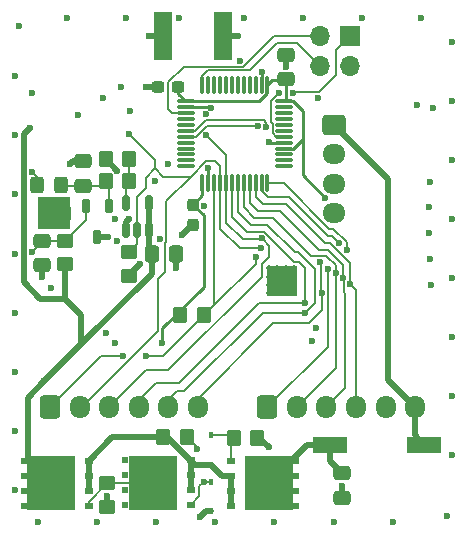
<source format=gbl>
%TF.GenerationSoftware,KiCad,Pcbnew,8.0.8*%
%TF.CreationDate,2025-04-18T09:33:10-04:00*%
%TF.ProjectId,high-power-module,68696768-2d70-46f7-9765-722d6d6f6475,rev?*%
%TF.SameCoordinates,Original*%
%TF.FileFunction,Copper,L4,Bot*%
%TF.FilePolarity,Positive*%
%FSLAX46Y46*%
G04 Gerber Fmt 4.6, Leading zero omitted, Abs format (unit mm)*
G04 Created by KiCad (PCBNEW 8.0.8) date 2025-04-18 09:33:10*
%MOMM*%
%LPD*%
G01*
G04 APERTURE LIST*
G04 Aperture macros list*
%AMRoundRect*
0 Rectangle with rounded corners*
0 $1 Rounding radius*
0 $2 $3 $4 $5 $6 $7 $8 $9 X,Y pos of 4 corners*
0 Add a 4 corners polygon primitive as box body*
4,1,4,$2,$3,$4,$5,$6,$7,$8,$9,$2,$3,0*
0 Add four circle primitives for the rounded corners*
1,1,$1+$1,$2,$3*
1,1,$1+$1,$4,$5*
1,1,$1+$1,$6,$7*
1,1,$1+$1,$8,$9*
0 Add four rect primitives between the rounded corners*
20,1,$1+$1,$2,$3,$4,$5,0*
20,1,$1+$1,$4,$5,$6,$7,0*
20,1,$1+$1,$6,$7,$8,$9,0*
20,1,$1+$1,$8,$9,$2,$3,0*%
G04 Aperture macros list end*
%TA.AperFunction,SMDPad,CuDef*%
%ADD10R,1.524000X4.064000*%
%TD*%
%TA.AperFunction,ComponentPad*%
%ADD11C,0.500000*%
%TD*%
%TA.AperFunction,SMDPad,CuDef*%
%ADD12R,2.700000X2.700000*%
%TD*%
%TA.AperFunction,ComponentPad*%
%ADD13RoundRect,0.250000X-0.600000X-0.725000X0.600000X-0.725000X0.600000X0.725000X-0.600000X0.725000X0*%
%TD*%
%TA.AperFunction,ComponentPad*%
%ADD14O,1.700000X1.950000*%
%TD*%
%TA.AperFunction,HeatsinkPad*%
%ADD15C,0.500000*%
%TD*%
%TA.AperFunction,HeatsinkPad*%
%ADD16R,2.600000X2.600000*%
%TD*%
%TA.AperFunction,SMDPad,CuDef*%
%ADD17RoundRect,0.250000X-0.337500X-0.475000X0.337500X-0.475000X0.337500X0.475000X-0.337500X0.475000X0*%
%TD*%
%TA.AperFunction,SMDPad,CuDef*%
%ADD18RoundRect,0.250000X0.350000X0.450000X-0.350000X0.450000X-0.350000X-0.450000X0.350000X-0.450000X0*%
%TD*%
%TA.AperFunction,SMDPad,CuDef*%
%ADD19RoundRect,0.250000X-0.350000X-0.450000X0.350000X-0.450000X0.350000X0.450000X-0.350000X0.450000X0*%
%TD*%
%TA.AperFunction,SMDPad,CuDef*%
%ADD20R,3.000000X1.470000*%
%TD*%
%TA.AperFunction,SMDPad,CuDef*%
%ADD21R,0.355600X0.609600*%
%TD*%
%TA.AperFunction,SMDPad,CuDef*%
%ADD22RoundRect,0.250000X0.325000X0.450000X-0.325000X0.450000X-0.325000X-0.450000X0.325000X-0.450000X0*%
%TD*%
%TA.AperFunction,SMDPad,CuDef*%
%ADD23RoundRect,0.162500X-0.162500X0.447500X-0.162500X-0.447500X0.162500X-0.447500X0.162500X0.447500X0*%
%TD*%
%TA.AperFunction,SMDPad,CuDef*%
%ADD24RoundRect,0.250000X-0.475000X0.337500X-0.475000X-0.337500X0.475000X-0.337500X0.475000X0.337500X0*%
%TD*%
%TA.AperFunction,SMDPad,CuDef*%
%ADD25RoundRect,0.075000X0.662500X0.075000X-0.662500X0.075000X-0.662500X-0.075000X0.662500X-0.075000X0*%
%TD*%
%TA.AperFunction,SMDPad,CuDef*%
%ADD26RoundRect,0.075000X0.075000X0.662500X-0.075000X0.662500X-0.075000X-0.662500X0.075000X-0.662500X0*%
%TD*%
%TA.AperFunction,SMDPad,CuDef*%
%ADD27RoundRect,0.237500X-0.237500X0.300000X-0.237500X-0.300000X0.237500X-0.300000X0.237500X0.300000X0*%
%TD*%
%TA.AperFunction,SMDPad,CuDef*%
%ADD28RoundRect,0.250000X0.450000X-0.350000X0.450000X0.350000X-0.450000X0.350000X-0.450000X-0.350000X0*%
%TD*%
%TA.AperFunction,ComponentPad*%
%ADD29RoundRect,0.250000X-0.725000X0.600000X-0.725000X-0.600000X0.725000X-0.600000X0.725000X0.600000X0*%
%TD*%
%TA.AperFunction,ComponentPad*%
%ADD30O,1.950000X1.700000*%
%TD*%
%TA.AperFunction,SMDPad,CuDef*%
%ADD31R,4.120000X4.600000*%
%TD*%
%TA.AperFunction,SMDPad,CuDef*%
%ADD32R,0.550000X0.500000*%
%TD*%
%TA.AperFunction,SMDPad,CuDef*%
%ADD33R,0.650000X0.500000*%
%TD*%
%TA.AperFunction,SMDPad,CuDef*%
%ADD34RoundRect,0.250000X0.475000X-0.337500X0.475000X0.337500X-0.475000X0.337500X-0.475000X-0.337500X0*%
%TD*%
%TA.AperFunction,SMDPad,CuDef*%
%ADD35RoundRect,0.150000X0.150000X-0.512500X0.150000X0.512500X-0.150000X0.512500X-0.150000X-0.512500X0*%
%TD*%
%TA.AperFunction,SMDPad,CuDef*%
%ADD36RoundRect,0.237500X0.300000X0.237500X-0.300000X0.237500X-0.300000X-0.237500X0.300000X-0.237500X0*%
%TD*%
%TA.AperFunction,ComponentPad*%
%ADD37R,1.700000X1.700000*%
%TD*%
%TA.AperFunction,ComponentPad*%
%ADD38O,1.700000X1.700000*%
%TD*%
%TA.AperFunction,ViaPad*%
%ADD39C,0.600000*%
%TD*%
%TA.AperFunction,Conductor*%
%ADD40C,0.254000*%
%TD*%
%TA.AperFunction,Conductor*%
%ADD41C,0.508000*%
%TD*%
%TA.AperFunction,Conductor*%
%ADD42C,0.200000*%
%TD*%
%TA.AperFunction,Conductor*%
%ADD43C,0.152400*%
%TD*%
G04 APERTURE END LIST*
D10*
%TO.P,J2,2,Ext*%
%TO.N,GND*%
X143140000Y-72400000D03*
X138060000Y-72400000D03*
%TD*%
D11*
%TO.P,PA1,25,GND*%
%TO.N,GND*%
X127890000Y-88300000D03*
X128530000Y-88300000D03*
X129170000Y-88300000D03*
X129810000Y-88300000D03*
X127890000Y-87660000D03*
X128530000Y-87660000D03*
X129170000Y-87660000D03*
X129810000Y-87660000D03*
D12*
X128850000Y-87340000D03*
D11*
X127890000Y-87020000D03*
X128530000Y-87020000D03*
X129170000Y-87020000D03*
X129810000Y-87020000D03*
X127890000Y-86380000D03*
X128530000Y-86380000D03*
X129170000Y-86380000D03*
X129810000Y-86380000D03*
%TD*%
D13*
%TO.P,J3,1,Pin_1*%
%TO.N,SDN*%
X128500000Y-103800000D03*
D14*
%TO.P,J3,2,Pin_2*%
%TO.N,GPIO3*%
X131000000Y-103800000D03*
%TO.P,J3,3,Pin_3*%
%TO.N,GPIO2*%
X133500000Y-103800000D03*
%TO.P,J3,4,Pin_4*%
%TO.N,GPIO1*%
X136000000Y-103800000D03*
%TO.P,J3,5,Pin_5*%
%TO.N,GPIO0*%
X138500000Y-103800000D03*
%TO.P,J3,6,Pin_6*%
%TO.N,IRQ*%
X141000000Y-103800000D03*
%TD*%
D13*
%TO.P,J1,1,Pin_1*%
%TO.N,CS*%
X146900000Y-103800000D03*
D14*
%TO.P,J1,2,Pin_2*%
%TO.N,MOSI*%
X149400000Y-103800000D03*
%TO.P,J1,3,Pin_3*%
%TO.N,MISO*%
X151900000Y-103800000D03*
%TO.P,J1,4,Pin_4*%
%TO.N,SCLK*%
X154400000Y-103800000D03*
%TO.P,J1,5,Pin_5*%
%TO.N,GND*%
X156900000Y-103800000D03*
%TO.P,J1,6,Pin_6*%
%TO.N,VIN*%
X159400000Y-103800000D03*
%TD*%
D15*
%TO.P,U1,21,GND*%
%TO.N,GND*%
X147050000Y-92050000D03*
X147050000Y-92750000D03*
X147050000Y-93450000D03*
X147050000Y-94150000D03*
X147750000Y-92050000D03*
X147750000Y-92750000D03*
X147750000Y-93450000D03*
X147750000Y-94150000D03*
D16*
X148100000Y-93100000D03*
D15*
X148450000Y-92050000D03*
X148450000Y-92750000D03*
X148450000Y-93450000D03*
X148450000Y-94150000D03*
X149150000Y-92050000D03*
X149150000Y-92750000D03*
X149150000Y-93450000D03*
X149150000Y-94150000D03*
%TD*%
D17*
%TO.P,CB5,1*%
%TO.N,+5V*%
X137125000Y-90800000D03*
%TO.P,CB5,2*%
%TO.N,GND*%
X139200000Y-90800000D03*
%TD*%
D18*
%TO.P,R13,1*%
%TO.N,AND*%
X135200000Y-84700000D03*
%TO.P,R13,2*%
%TO.N,Net-(C4-Pad2)*%
X133200000Y-84700000D03*
%TD*%
D19*
%TO.P,R17,1*%
%TO.N,Net-(Q1-S)*%
X138100000Y-106350000D03*
%TO.P,R17,2*%
%TO.N,Net-(Q2-G)*%
X140100000Y-106350000D03*
%TD*%
%TO.P,R2,1*%
%TO.N,GND*%
X133200000Y-82800000D03*
%TO.P,R2,2*%
%TO.N,AND*%
X135200000Y-82800000D03*
%TD*%
D20*
%TO.P,FB1,1*%
%TO.N,VIN*%
X160200000Y-107000000D03*
%TO.P,FB1,2*%
%TO.N,Net-(Q1-D)*%
X152200000Y-107000000D03*
%TD*%
D21*
%TO.P,U5,1,K*%
%TO.N,Net-(Q1-S)*%
X142100000Y-108689200D03*
%TO.P,U5,2,A*%
%TO.N,Net-(Q1-G)*%
X142100000Y-106200000D03*
%TD*%
%TO.P,U4,1,K*%
%TO.N,Net-(Q2-G)*%
X142100000Y-110105400D03*
%TO.P,U4,2,A*%
%TO.N,GND*%
X142100000Y-112594600D03*
%TD*%
D22*
%TO.P,R3,1,1*%
%TO.N,Net-(C4-Pad2)*%
X129450000Y-85000000D03*
%TO.P,R3,2,2*%
%TO.N,Net-(PA1-Iref)*%
X127400000Y-85000000D03*
%TD*%
D23*
%TO.P,D1,1,K*%
%TO.N,Net-(PA1-Vbias)*%
X131550000Y-86780000D03*
%TO.P,D1,2,K*%
%TO.N,Net-(C4-Pad2)*%
X133450000Y-86780000D03*
%TO.P,D1,3,A*%
%TO.N,GND*%
X132500000Y-89400000D03*
%TD*%
D24*
%TO.P,C10,1*%
%TO.N,Net-(Q1-D)*%
X153250000Y-109425000D03*
%TO.P,C10,2*%
%TO.N,GND*%
X153250000Y-111500000D03*
%TD*%
D25*
%TO.P,U6,1,VBAT*%
%TO.N,+3.3V*%
X148312500Y-77912500D03*
%TO.P,U6,2,PC13*%
%TO.N,unconnected-(U6-PC13-Pad2)*%
X148312500Y-78412500D03*
%TO.P,U6,3,PC14*%
%TO.N,unconnected-(U6-PC14-Pad3)*%
X148312500Y-78912500D03*
%TO.P,U6,4,PC15*%
%TO.N,unconnected-(U6-PC15-Pad4)*%
X148312500Y-79412500D03*
%TO.P,U6,5,PD0*%
%TO.N,unconnected-(U6-PD0-Pad5)*%
X148312500Y-79912500D03*
%TO.P,U6,6,PD1*%
%TO.N,unconnected-(U6-PD1-Pad6)*%
X148312500Y-80412500D03*
%TO.P,U6,7,NRST*%
%TO.N,NRST*%
X148312500Y-80912500D03*
%TO.P,U6,8,VSSA*%
%TO.N,GND*%
X148312500Y-81412500D03*
%TO.P,U6,9,VDDA*%
%TO.N,+3.3V*%
X148312500Y-81912500D03*
%TO.P,U6,10,PA0*%
%TO.N,unconnected-(U6-PA0-Pad10)*%
X148312500Y-82412500D03*
%TO.P,U6,11,PA1*%
%TO.N,unconnected-(U6-PA1-Pad11)*%
X148312500Y-82912500D03*
%TO.P,U6,12,PA2*%
%TO.N,unconnected-(U6-PA2-Pad12)*%
X148312500Y-83412500D03*
D26*
%TO.P,U6,13,PA3*%
%TO.N,CS*%
X146900000Y-84825000D03*
%TO.P,U6,14,PA4*%
%TO.N,IRQ*%
X146400000Y-84825000D03*
%TO.P,U6,15,PA5*%
%TO.N,SCLK*%
X145900000Y-84825000D03*
%TO.P,U6,16,PA6*%
%TO.N,MISO*%
X145400000Y-84825000D03*
%TO.P,U6,17,PA7*%
%TO.N,MOSI*%
X144900000Y-84825000D03*
%TO.P,U6,18,PB0*%
%TO.N,GPIO0*%
X144400000Y-84825000D03*
%TO.P,U6,19,PB1*%
%TO.N,GPIO1*%
X143900000Y-84825000D03*
%TO.P,U6,20,PB2*%
%TO.N,GPIO2*%
X143400000Y-84825000D03*
%TO.P,U6,21,PB10*%
%TO.N,GPIO3*%
X142900000Y-84825000D03*
%TO.P,U6,22,PB11*%
%TO.N,SDN*%
X142400000Y-84825000D03*
%TO.P,U6,23,VSS*%
%TO.N,GND*%
X141900000Y-84825000D03*
%TO.P,U6,24,VDD*%
%TO.N,+3.3V*%
X141400000Y-84825000D03*
D25*
%TO.P,U6,25,PB12*%
%TO.N,unconnected-(U6-PB12-Pad25)*%
X139987500Y-83412500D03*
%TO.P,U6,26,PB13*%
%TO.N,unconnected-(U6-PB13-Pad26)*%
X139987500Y-82912500D03*
%TO.P,U6,27,PB14*%
%TO.N,unconnected-(U6-PB14-Pad27)*%
X139987500Y-82412500D03*
%TO.P,U6,28,PB15*%
%TO.N,unconnected-(U6-PB15-Pad28)*%
X139987500Y-81912500D03*
%TO.P,U6,29,PA8*%
%TO.N,unconnected-(U6-PA8-Pad29)*%
X139987500Y-81412500D03*
%TO.P,U6,30,PA9*%
%TO.N,STX*%
X139987500Y-80912500D03*
%TO.P,U6,31,PA10*%
%TO.N,SRX*%
X139987500Y-80412500D03*
%TO.P,U6,32,PA11*%
%TO.N,unconnected-(U6-PA11-Pad32)*%
X139987500Y-79912500D03*
%TO.P,U6,33,PA12*%
%TO.N,unconnected-(U6-PA12-Pad33)*%
X139987500Y-79412500D03*
%TO.P,U6,34,PA13*%
%TO.N,SWDIO*%
X139987500Y-78912500D03*
%TO.P,U6,35,VSS*%
%TO.N,GND*%
X139987500Y-78412500D03*
%TO.P,U6,36,VDD*%
%TO.N,+3.3V*%
X139987500Y-77912500D03*
D26*
%TO.P,U6,37,PA14*%
%TO.N,SWCLK*%
X141400000Y-76500000D03*
%TO.P,U6,38,PA15*%
%TO.N,unconnected-(U6-PA15-Pad38)*%
X141900000Y-76500000D03*
%TO.P,U6,39,PB3*%
%TO.N,unconnected-(U6-PB3-Pad39)*%
X142400000Y-76500000D03*
%TO.P,U6,40,PB4*%
%TO.N,unconnected-(U6-PB4-Pad40)*%
X142900000Y-76500000D03*
%TO.P,U6,41,PB5*%
%TO.N,unconnected-(U6-PB5-Pad41)*%
X143400000Y-76500000D03*
%TO.P,U6,42,PB6*%
%TO.N,unconnected-(U6-PB6-Pad42)*%
X143900000Y-76500000D03*
%TO.P,U6,43,PB7*%
%TO.N,unconnected-(U6-PB7-Pad43)*%
X144400000Y-76500000D03*
%TO.P,U6,44,BOOT0*%
%TO.N,unconnected-(U6-BOOT0-Pad44)*%
X144900000Y-76500000D03*
%TO.P,U6,45,PB8*%
%TO.N,unconnected-(U6-PB8-Pad45)*%
X145400000Y-76500000D03*
%TO.P,U6,46,PB9*%
%TO.N,unconnected-(U6-PB9-Pad46)*%
X145900000Y-76500000D03*
%TO.P,U6,47,VSS*%
%TO.N,GND*%
X146400000Y-76500000D03*
%TO.P,U6,48,VDD*%
%TO.N,+3.3V*%
X146900000Y-76500000D03*
%TD*%
D27*
%TO.P,CD6,1*%
%TO.N,+3.3V*%
X140600000Y-86675000D03*
%TO.P,CD6,2*%
%TO.N,GND*%
X140600000Y-88400000D03*
%TD*%
D24*
%TO.P,C4,1*%
%TO.N,GND*%
X131300000Y-83000000D03*
%TO.P,C4,2*%
%TO.N,Net-(C4-Pad2)*%
X131300000Y-85075000D03*
%TD*%
D28*
%TO.P,R15,1*%
%TO.N,GND*%
X135200000Y-92700000D03*
%TO.P,R15,2*%
%TO.N,GPIO3*%
X135200000Y-90700000D03*
%TD*%
D29*
%TO.P,J7,1,Pin_1*%
%TO.N,VIN*%
X152500000Y-79900000D03*
D30*
%TO.P,J7,2,Pin_2*%
%TO.N,STX*%
X152500000Y-82400000D03*
%TO.P,J7,3,Pin_3*%
%TO.N,SRX*%
X152500000Y-84900000D03*
%TO.P,J7,4,Pin_4*%
%TO.N,GND*%
X152500000Y-87400000D03*
%TD*%
D31*
%TO.P,Q1,1,D*%
%TO.N,Net-(Q1-D)*%
X147015000Y-110255000D03*
D32*
X149350000Y-108350000D03*
X149350000Y-109620000D03*
X149350000Y-110890000D03*
X149350000Y-112160000D03*
D33*
%TO.P,Q1,2,G*%
%TO.N,Net-(Q1-G)*%
X143800000Y-108350000D03*
%TO.P,Q1,3,S*%
%TO.N,Net-(Q1-S)*%
X143800000Y-109620000D03*
X143800000Y-110890000D03*
X143800000Y-112160000D03*
%TD*%
D34*
%TO.P,C3,1*%
%TO.N,GND*%
X127800000Y-91775000D03*
%TO.P,C3,2*%
%TO.N,Net-(PA1-Vbias)*%
X127800000Y-89700000D03*
%TD*%
D19*
%TO.P,R14,1*%
%TO.N,Net-(Q1-G)*%
X144050000Y-106400000D03*
%TO.P,R14,2*%
%TO.N,GND*%
X146050000Y-106400000D03*
%TD*%
D35*
%TO.P,U2,1*%
%TO.N,+5V*%
X136850000Y-88837500D03*
%TO.P,U2,2*%
%TO.N,GPIO3*%
X135900000Y-88837500D03*
%TO.P,U2,3,GND*%
%TO.N,GND*%
X134950000Y-88837500D03*
%TO.P,U2,4*%
%TO.N,AND*%
X134950000Y-86562500D03*
%TO.P,U2,5,VCC*%
%TO.N,+5V*%
X136850000Y-86562500D03*
%TD*%
D19*
%TO.P,R7,1*%
%TO.N,+3.3V*%
X139500000Y-96000000D03*
%TO.P,R7,2*%
%TO.N,SDN*%
X141500000Y-96000000D03*
%TD*%
D28*
%TO.P,R16,1*%
%TO.N,GND*%
X133350000Y-112250000D03*
%TO.P,R16,2*%
%TO.N,Net-(Q2-D)*%
X133350000Y-110250000D03*
%TD*%
D36*
%TO.P,CD5,1*%
%TO.N,+3.3V*%
X139362500Y-76700000D03*
%TO.P,CD5,2*%
%TO.N,GND*%
X137637500Y-76700000D03*
%TD*%
D34*
%TO.P,CD4,1*%
%TO.N,+3.3V*%
X148500000Y-76037500D03*
%TO.P,CD4,2*%
%TO.N,GND*%
X148500000Y-73962500D03*
%TD*%
D28*
%TO.P,R1,1*%
%TO.N,+5V*%
X129800000Y-91700000D03*
%TO.P,R1,2*%
%TO.N,Net-(PA1-Vbias)*%
X129800000Y-89700000D03*
%TD*%
D31*
%TO.P,Q2,1,D*%
%TO.N,Net-(Q2-D)*%
X137185000Y-110215000D03*
D32*
X134850000Y-112120000D03*
X134850000Y-110850000D03*
X134850000Y-109580000D03*
X134850000Y-108310000D03*
D33*
%TO.P,Q2,2,G*%
%TO.N,Net-(Q2-G)*%
X140400000Y-112120000D03*
%TO.P,Q2,3,S*%
%TO.N,Net-(Q1-S)*%
X140400000Y-110850000D03*
X140400000Y-109580000D03*
X140400000Y-108310000D03*
%TD*%
D31*
%TO.P,Q3,1,D*%
%TO.N,+5V*%
X128585000Y-110235000D03*
D32*
X126250000Y-112140000D03*
X126250000Y-110870000D03*
X126250000Y-109600000D03*
X126250000Y-108330000D03*
D33*
%TO.P,Q3,2,G*%
%TO.N,Net-(Q2-D)*%
X131800000Y-112140000D03*
%TO.P,Q3,3,S*%
%TO.N,Net-(Q1-S)*%
X131800000Y-110870000D03*
X131800000Y-109600000D03*
X131800000Y-108330000D03*
%TD*%
D37*
%TO.P,J5,1,Pin_1*%
%TO.N,NRST*%
X153900000Y-72400000D03*
D38*
%TO.P,J5,2,Pin_2*%
%TO.N,SWDIO*%
X151360000Y-72400000D03*
%TO.P,J5,3,Pin_3*%
%TO.N,GND*%
X153900000Y-74940000D03*
%TO.P,J5,4,Pin_4*%
%TO.N,SWCLK*%
X151360000Y-74940000D03*
%TD*%
D39*
%TO.N,GND*%
X149900000Y-70900000D03*
X135200000Y-87900000D03*
X147000000Y-107200000D03*
X160652898Y-91239380D03*
X133400000Y-89400000D03*
X162500000Y-92900000D03*
X162500000Y-82900000D03*
X141900000Y-83544160D03*
X144900000Y-70900000D03*
X136600000Y-76725000D03*
X142100000Y-78489500D03*
X134200000Y-89700000D03*
X141533001Y-86791999D03*
X125500000Y-95800000D03*
X152500000Y-113500000D03*
X127000000Y-77200000D03*
X162500000Y-87900000D03*
X134200000Y-83825000D03*
X150700000Y-98200000D03*
X162100000Y-113000000D03*
X134011358Y-87888642D03*
X125500000Y-105800000D03*
X136900000Y-72400000D03*
X144450000Y-72400000D03*
X137400000Y-84700000D03*
X134500000Y-76700000D03*
X157500000Y-113500000D03*
X160712917Y-93488626D03*
X134000000Y-98400000D03*
X125500000Y-85800000D03*
X162500000Y-102900000D03*
X147500000Y-113500000D03*
X160643993Y-84746853D03*
X162500000Y-97900000D03*
X162500000Y-107900000D03*
X133200000Y-97500000D03*
X153200000Y-110500000D03*
X139400000Y-70900000D03*
X139662822Y-89268805D03*
X142500000Y-113500000D03*
X154900000Y-70900000D03*
X141200000Y-113100000D03*
X130200000Y-83200000D03*
X129900000Y-70900000D03*
X136100000Y-91700000D03*
X146400000Y-75400000D03*
X151191852Y-77673000D03*
X160600000Y-89100000D03*
X127800000Y-92800000D03*
X134900000Y-70900000D03*
X137500000Y-113500000D03*
X139200000Y-92000000D03*
X125500000Y-90800000D03*
X162500000Y-72900000D03*
X138500000Y-83200000D03*
X137800000Y-89600000D03*
X148500000Y-75000000D03*
X144590420Y-74473800D03*
X125500000Y-110800000D03*
X130900000Y-79100000D03*
X135300000Y-78700000D03*
X160596000Y-86900000D03*
X159900000Y-70900000D03*
X132500000Y-113500000D03*
X125500000Y-80800000D03*
X125900000Y-71500000D03*
X128600000Y-93700000D03*
X159600000Y-78200000D03*
X162500000Y-77900000D03*
X133350000Y-111300000D03*
X125500000Y-75800000D03*
X125500000Y-100800000D03*
X147000000Y-81400000D03*
X133000000Y-77600000D03*
X151000000Y-97100000D03*
X160900000Y-78500000D03*
X141700000Y-78973800D03*
X127500000Y-113500000D03*
%TO.N,Net-(PA1-Vbias)*%
X126958000Y-90700000D03*
%TO.N,+5V*%
X126837500Y-80137500D03*
X128025000Y-101575000D03*
%TO.N,GPIO3*%
X135200000Y-80700000D03*
X146326244Y-90370402D03*
%TO.N,GPIO2*%
X141700000Y-80800000D03*
X146400000Y-89500000D03*
%TO.N,+3.3V*%
X151800000Y-86100000D03*
X138000000Y-98400000D03*
%TO.N,CS*%
X153600000Y-90500000D03*
X152026200Y-92073800D03*
%TO.N,GPIO1*%
X150100000Y-95000000D03*
%TO.N,GPIO0*%
X150100000Y-95800000D03*
%TO.N,IRQ*%
X151379866Y-91526200D03*
X152974159Y-89925842D03*
X151500000Y-94126200D03*
%TO.N,MOSI*%
X152678208Y-92444461D03*
%TO.N,SCLK*%
X153875425Y-93345414D03*
%TO.N,MISO*%
X153298007Y-92866779D03*
%TO.N,SDN*%
X136600000Y-99500000D03*
X145900000Y-91100000D03*
X134700000Y-99500000D03*
%TO.N,Net-(PA1-Iref)*%
X126958000Y-83900000D03*
%TO.N,Net-(Q2-G)*%
X141494600Y-110105400D03*
X140950000Y-107350000D03*
%TO.N,NRST*%
X147900000Y-77200000D03*
X149077000Y-77200000D03*
%TO.N,SRX*%
X146822600Y-80047758D03*
%TO.N,STX*%
X146072909Y-80026200D03*
%TD*%
D40*
%TO.N,GND*%
X147012500Y-81412500D02*
X147000000Y-81400000D01*
D41*
X146050000Y-106400000D02*
X146200000Y-106400000D01*
X127800000Y-91775000D02*
X127800000Y-92800000D01*
X153250000Y-111500000D02*
X153250000Y-110550000D01*
D40*
X146400000Y-76500000D02*
X146400000Y-75400000D01*
D41*
X141705400Y-112594600D02*
X141200000Y-113100000D01*
D40*
X148312500Y-81412500D02*
X147012500Y-81412500D01*
D41*
X136625000Y-76700000D02*
X136600000Y-76725000D01*
X139200000Y-90800000D02*
X139200000Y-92000000D01*
X142100000Y-112594600D02*
X141705400Y-112594600D01*
X131300000Y-83000000D02*
X130400000Y-83000000D01*
D40*
X141900000Y-83544160D02*
X141907576Y-83536584D01*
D41*
X137637500Y-76700000D02*
X136625000Y-76700000D01*
D40*
X141900000Y-84825000D02*
X141900000Y-83544160D01*
D42*
X130200000Y-86950000D02*
X129450000Y-86200000D01*
D41*
X133350000Y-112250000D02*
X133350000Y-111300000D01*
D42*
X130200000Y-87837500D02*
X130200000Y-86950000D01*
D41*
X148500000Y-74200000D02*
X148500000Y-75000000D01*
X133200000Y-82800000D02*
X133200000Y-82825000D01*
X130400000Y-83000000D02*
X130200000Y-83200000D01*
X146200000Y-106400000D02*
X147000000Y-107200000D01*
X153250000Y-110550000D02*
X153200000Y-110500000D01*
X143200000Y-72400000D02*
X144450000Y-72400000D01*
X140600000Y-88400000D02*
X140531627Y-88400000D01*
X134950000Y-88150000D02*
X135200000Y-87900000D01*
X135200000Y-92600000D02*
X136100000Y-91700000D01*
X135200000Y-92700000D02*
X135200000Y-92600000D01*
X140600000Y-88400000D02*
X140600000Y-88362666D01*
D40*
X139987500Y-78412500D02*
X142023000Y-78412500D01*
X142023000Y-78412500D02*
X142100000Y-78489500D01*
D41*
X134950000Y-88837500D02*
X134950000Y-88150000D01*
X140531627Y-88400000D02*
X139662822Y-89268805D01*
X138120000Y-72400000D02*
X136900000Y-72400000D01*
X133200000Y-82825000D02*
X134200000Y-83825000D01*
X132500000Y-89400000D02*
X133400000Y-89400000D01*
D43*
%TO.N,Net-(PA1-Vbias)*%
X127800000Y-89700000D02*
X129800000Y-89700000D01*
X127800000Y-89858000D02*
X126958000Y-90700000D01*
X131550000Y-87950000D02*
X131550000Y-86780000D01*
X127800000Y-89700000D02*
X127800000Y-89858000D01*
X129800000Y-89700000D02*
X131550000Y-87950000D01*
%TO.N,AND*%
X134950000Y-86562500D02*
X134950000Y-84950000D01*
X135200000Y-84700000D02*
X135200000Y-82800000D01*
X134950000Y-84950000D02*
X135200000Y-84700000D01*
D41*
%TO.N,+5V*%
X136850000Y-88837500D02*
X136850000Y-86562500D01*
X131100000Y-98500000D02*
X131100000Y-96008000D01*
X136850000Y-88837500D02*
X136850000Y-90525000D01*
X129800000Y-94708000D02*
X129800000Y-91700000D01*
X126600000Y-108250000D02*
X126600000Y-103000000D01*
X128585000Y-110235000D02*
X126600000Y-108250000D01*
X136850000Y-90525000D02*
X137125000Y-90800000D01*
X127654000Y-94654000D02*
X126254000Y-93254000D01*
X129746000Y-94654000D02*
X127654000Y-94654000D01*
X131100000Y-96008000D02*
X129746000Y-94654000D01*
X126600000Y-103000000D02*
X128025000Y-101575000D01*
X126254000Y-80721000D02*
X126837500Y-80137500D01*
X129746000Y-94654000D02*
X129800000Y-94708000D01*
X128025000Y-101575000D02*
X131100000Y-98500000D01*
X131131824Y-98500000D02*
X137125000Y-92506824D01*
X131100000Y-98500000D02*
X131131824Y-98500000D01*
X137125000Y-92506824D02*
X137125000Y-90800000D01*
X126254000Y-93254000D02*
X126254000Y-80721000D01*
D43*
%TO.N,GPIO3*%
X136600000Y-85290188D02*
X136600000Y-84400000D01*
X138200000Y-92400000D02*
X138200000Y-89944160D01*
X138326200Y-86373800D02*
X140400000Y-84300000D01*
X135900000Y-90000000D02*
X135900000Y-88837500D01*
X144570402Y-90370402D02*
X142900000Y-88700000D01*
X137400000Y-83600000D02*
X137400000Y-82900000D01*
X141700000Y-83000000D02*
X140400000Y-84300000D01*
X138326200Y-89817960D02*
X138326200Y-86373800D01*
X135200000Y-80700000D02*
X135100000Y-80600000D01*
X146326244Y-90370402D02*
X144570402Y-90370402D01*
X137605200Y-92994800D02*
X138200000Y-92400000D01*
X142900000Y-88700000D02*
X142900000Y-84825000D01*
X131200000Y-103800000D02*
X137605200Y-97394800D01*
X140400000Y-84300000D02*
X138100000Y-84300000D01*
X135900000Y-85990188D02*
X136600000Y-85290188D01*
X138100000Y-84300000D02*
X137400000Y-83600000D01*
X137605200Y-97394800D02*
X137605200Y-92994800D01*
X142500000Y-83000000D02*
X141700000Y-83000000D01*
X135900000Y-88837500D02*
X135900000Y-85990188D01*
X136600000Y-84400000D02*
X137400000Y-83600000D01*
X137400000Y-82900000D02*
X135200000Y-80700000D01*
X135200000Y-90700000D02*
X135900000Y-90000000D01*
X142900000Y-84825000D02*
X142900000Y-83400000D01*
X138200000Y-89944160D02*
X138326200Y-89817960D01*
X142900000Y-83400000D02*
X142500000Y-83000000D01*
%TO.N,GPIO2*%
X143400000Y-84825000D02*
X143400000Y-82500000D01*
X146400000Y-92800000D02*
X146400000Y-91700000D01*
X146400000Y-91700000D02*
X147026200Y-91073800D01*
X143400000Y-82500000D02*
X141700000Y-80800000D01*
X144800000Y-89600000D02*
X143400000Y-88200000D01*
X147026200Y-91073800D02*
X147026200Y-90126200D01*
X136600000Y-100700000D02*
X138500000Y-100700000D01*
X146500000Y-89600000D02*
X144800000Y-89600000D01*
X147026200Y-90126200D02*
X146500000Y-89600000D01*
X138500000Y-100700000D02*
X146400000Y-92800000D01*
X133500000Y-103800000D02*
X136600000Y-100700000D01*
X143400000Y-88200000D02*
X143400000Y-84825000D01*
D40*
%TO.N,+3.3V*%
X148500000Y-77725000D02*
X148312500Y-77912500D01*
X149877920Y-84177920D02*
X151800000Y-86100000D01*
X149877920Y-81100000D02*
X149877920Y-84177920D01*
X141400000Y-84825000D02*
X141400000Y-85875000D01*
X141500000Y-87575000D02*
X141500000Y-93600000D01*
X138000000Y-97100000D02*
X138000000Y-98400000D01*
X146900000Y-76500000D02*
X147300000Y-76100000D01*
X146900000Y-76500000D02*
X146900000Y-77237499D01*
X140600000Y-86675000D02*
X141500000Y-87575000D01*
X146224999Y-77912500D02*
X139987500Y-77912500D01*
X149065420Y-81912500D02*
X149877920Y-81100000D01*
X149877920Y-78740538D02*
X149049882Y-77912500D01*
X147300000Y-76100000D02*
X148500000Y-76100000D01*
X149049882Y-77912500D02*
X148312500Y-77912500D01*
X141500000Y-93600000D02*
X138000000Y-97100000D01*
X148312500Y-81912500D02*
X149065420Y-81912500D01*
X141400000Y-85875000D02*
X140600000Y-86675000D01*
X139987500Y-77912500D02*
X139362500Y-77287500D01*
X149877920Y-81100000D02*
X149877920Y-78740538D01*
X139362500Y-77287500D02*
X139362500Y-76700000D01*
X146900000Y-77237499D02*
X146224999Y-77912500D01*
X148500000Y-76100000D02*
X148500000Y-77725000D01*
D43*
%TO.N,CS*%
X153600000Y-89807523D02*
X152492477Y-88700000D01*
X152153023Y-88700000D02*
X148278023Y-84825000D01*
X153600000Y-90500000D02*
X153600000Y-89807523D01*
X152492477Y-88700000D02*
X152153023Y-88700000D01*
X148278023Y-84825000D02*
X146900000Y-84825000D01*
X146900000Y-103800000D02*
X152026200Y-98673800D01*
X152026200Y-98673800D02*
X152026200Y-92100000D01*
%TO.N,GPIO1*%
X145173800Y-88973800D02*
X143900000Y-87700000D01*
X149577400Y-91500000D02*
X149144160Y-91500000D01*
X150100000Y-92022600D02*
X149577400Y-91500000D01*
X149144160Y-91500000D02*
X146617960Y-88973800D01*
X146617960Y-88973800D02*
X145173800Y-88973800D01*
X146200000Y-95000000D02*
X150100000Y-95000000D01*
X136000000Y-103200000D02*
X137450000Y-101750000D01*
X143900000Y-87700000D02*
X143900000Y-84825000D01*
X150100000Y-95000000D02*
X150100000Y-92022600D01*
X139450000Y-101750000D02*
X146200000Y-95000000D01*
X137450000Y-101750000D02*
X139450000Y-101750000D01*
%TO.N,GPIO0*%
X150900000Y-95000000D02*
X150900000Y-92100000D01*
X146900000Y-88400000D02*
X145500000Y-88400000D01*
X149500000Y-90700000D02*
X149200000Y-90700000D01*
X139850000Y-102450000D02*
X146500000Y-95800000D01*
X146500000Y-95800000D02*
X150100000Y-95800000D01*
X138500000Y-103200000D02*
X139250000Y-102450000D01*
X150900000Y-92100000D02*
X149500000Y-90700000D01*
X144400000Y-87300000D02*
X144400000Y-84825000D01*
X150100000Y-95800000D02*
X150900000Y-95000000D01*
X149200000Y-90700000D02*
X146900000Y-88400000D01*
X139250000Y-102450000D02*
X139850000Y-102450000D01*
X145500000Y-88400000D02*
X144400000Y-87300000D01*
%TO.N,IRQ*%
X151419021Y-91565355D02*
X151379866Y-91526200D01*
X151500000Y-94126200D02*
X151419021Y-94045221D01*
X151997081Y-89300000D02*
X148697081Y-86000000D01*
X151500000Y-95600000D02*
X151500000Y-94201200D01*
X146400000Y-85490540D02*
X146400000Y-84825000D01*
X148697081Y-86000000D02*
X146909460Y-86000000D01*
X141000000Y-103100000D02*
X147400000Y-96700000D01*
X146909460Y-86000000D02*
X146400000Y-85490540D01*
X147400000Y-96700000D02*
X150400000Y-96700000D01*
X152974159Y-89925842D02*
X152348317Y-89300000D01*
X150400000Y-96700000D02*
X151500000Y-95600000D01*
X151419021Y-94045221D02*
X151419021Y-91565355D01*
X152348317Y-89300000D02*
X151997081Y-89300000D01*
%TO.N,MOSI*%
X152678208Y-91778208D02*
X152678208Y-92444461D01*
X151900000Y-91000000D02*
X152678208Y-91778208D01*
X145800000Y-87800000D02*
X147400000Y-87800000D01*
X150600000Y-91000000D02*
X151900000Y-91000000D01*
X147400000Y-87800000D02*
X150600000Y-91000000D01*
X144900000Y-84825000D02*
X144900000Y-86900000D01*
X152678208Y-100521792D02*
X152678208Y-92444461D01*
X149400000Y-103800000D02*
X152678208Y-100521792D01*
X144900000Y-86900000D02*
X145800000Y-87800000D01*
%TO.N,SCLK*%
X154257977Y-103657977D02*
X154300000Y-103700000D01*
X154400000Y-93869989D02*
X153875425Y-93345414D01*
X154400000Y-103800000D02*
X154400000Y-93869989D01*
X153875425Y-91571268D02*
X152204157Y-89900000D01*
X152204157Y-89900000D02*
X151800000Y-89900000D01*
X146500000Y-86600000D02*
X145900000Y-86000000D01*
X151800000Y-89900000D02*
X148500000Y-86600000D01*
X145900000Y-86000000D02*
X145900000Y-84825000D01*
X148500000Y-86600000D02*
X146500000Y-86600000D01*
X153875425Y-93345414D02*
X153875425Y-91571268D01*
%TO.N,MISO*%
X151300000Y-90500000D02*
X148000000Y-87200000D01*
X153349225Y-94049225D02*
X153349225Y-93127454D01*
X148000000Y-87200000D02*
X146100000Y-87200000D01*
X151900000Y-103800000D02*
X153500000Y-102200000D01*
X153500000Y-94200000D02*
X153349225Y-94049225D01*
X152059997Y-90500000D02*
X151300000Y-90500000D01*
X153453953Y-93022725D02*
X153298007Y-92866779D01*
X146100000Y-87200000D02*
X145400000Y-86500000D01*
X145400000Y-86500000D02*
X145400000Y-84825000D01*
X153349225Y-93127454D02*
X153453953Y-93022725D01*
X153298007Y-91738010D02*
X152059997Y-90500000D01*
X153500000Y-102200000D02*
X153500000Y-94200000D01*
X153298007Y-92866779D02*
X153298007Y-91738010D01*
%TO.N,SDN*%
X145900000Y-91100000D02*
X145900000Y-91700000D01*
X128500000Y-103800000D02*
X132800000Y-99500000D01*
X138100000Y-99500000D02*
X136600000Y-99500000D01*
X145900000Y-91700000D02*
X142400000Y-95200000D01*
X142400000Y-84825000D02*
X142400000Y-95200000D01*
X142400000Y-95200000D02*
X138100000Y-99500000D01*
X134700000Y-99500000D02*
X132800000Y-99500000D01*
%TO.N,Net-(PA1-Iref)*%
X127400000Y-84342000D02*
X126958000Y-83900000D01*
X127400000Y-85000000D02*
X127400000Y-84342000D01*
%TO.N,Net-(C4-Pad2)*%
X132825000Y-85075000D02*
X133200000Y-84700000D01*
X131300000Y-85075000D02*
X129525000Y-85075000D01*
X133450000Y-86780000D02*
X133450000Y-84950000D01*
X129525000Y-85075000D02*
X129450000Y-85000000D01*
X133450000Y-84950000D02*
X133200000Y-84700000D01*
X131300000Y-85075000D02*
X132825000Y-85075000D01*
D41*
%TO.N,VIN*%
X159400000Y-103800000D02*
X159400000Y-106200000D01*
X159400000Y-106200000D02*
X160200000Y-107000000D01*
X157100000Y-101500000D02*
X157100000Y-84500000D01*
X157100000Y-84500000D02*
X152500000Y-79900000D01*
X159400000Y-103800000D02*
X157100000Y-101500000D01*
D43*
%TO.N,Net-(Q1-G)*%
X143850000Y-106200000D02*
X144050000Y-106400000D01*
X143800000Y-106650000D02*
X144050000Y-106400000D01*
X142100000Y-106200000D02*
X143850000Y-106200000D01*
X143800000Y-108350000D02*
X143800000Y-106650000D01*
D41*
%TO.N,Net-(Q1-S)*%
X133780000Y-106350000D02*
X131800000Y-108330000D01*
X138100000Y-106350000D02*
X133780000Y-106350000D01*
X131800000Y-108330000D02*
X131800000Y-110870000D01*
X138368176Y-106350000D02*
X138100000Y-106350000D01*
X143800000Y-109620000D02*
X143030800Y-109620000D01*
X140400000Y-108310000D02*
X140328176Y-108310000D01*
X142100000Y-108689200D02*
X140779200Y-108689200D01*
X140779200Y-108689200D02*
X140400000Y-108310000D01*
X140400000Y-110850000D02*
X140400000Y-108310000D01*
X140328176Y-108310000D02*
X138368176Y-106350000D01*
X143800000Y-109620000D02*
X143800000Y-112160000D01*
X143030800Y-109620000D02*
X142100000Y-108689200D01*
D43*
%TO.N,Net-(Q2-D)*%
X133350000Y-110250000D02*
X137150000Y-110250000D01*
X131800000Y-111800000D02*
X133350000Y-110250000D01*
X131800000Y-112140000D02*
X131800000Y-111800000D01*
%TO.N,Net-(Q2-G)*%
X140400000Y-112120000D02*
X141150000Y-111370000D01*
X141494600Y-110105400D02*
X142100000Y-110105400D01*
X140950000Y-107200000D02*
X140100000Y-106350000D01*
X141150000Y-110450000D02*
X141494600Y-110105400D01*
X141150000Y-111370000D02*
X141150000Y-110450000D01*
X140950000Y-107350000D02*
X140950000Y-107200000D01*
%TO.N,NRST*%
X153900000Y-72400000D02*
X152700000Y-73600000D01*
X151253200Y-77146800D02*
X149130200Y-77146800D01*
X147859460Y-77200000D02*
X147200000Y-77859460D01*
X147200000Y-79680998D02*
X147348800Y-79829798D01*
X147200000Y-77859460D02*
X147200000Y-79680998D01*
X147348800Y-80614340D02*
X147646960Y-80912500D01*
X152700000Y-73600000D02*
X152700000Y-75700000D01*
X147646960Y-80912500D02*
X148312500Y-80912500D01*
X152700000Y-75700000D02*
X151253200Y-77146800D01*
X147348800Y-79829798D02*
X147348800Y-80614340D01*
X147900000Y-77200000D02*
X147859460Y-77200000D01*
X149130200Y-77146800D02*
X149077000Y-77200000D01*
%TO.N,SRX*%
X139987500Y-80412500D02*
X140787500Y-80412500D01*
X146822600Y-79722600D02*
X146822600Y-80047758D01*
X146600000Y-79500000D02*
X146822600Y-79722600D01*
X141700000Y-79500000D02*
X146600000Y-79500000D01*
X140787500Y-80412500D02*
X141700000Y-79500000D01*
%TO.N,SWDIO*%
X139800000Y-75000000D02*
X144825000Y-75000000D01*
X138826200Y-78926200D02*
X138500000Y-78600000D01*
X138500000Y-76300000D02*
X139800000Y-75000000D01*
X144825000Y-75000000D02*
X147425000Y-72400000D01*
X139973800Y-78926200D02*
X138826200Y-78926200D01*
X138500000Y-78600000D02*
X138500000Y-76300000D01*
X147425000Y-72400000D02*
X151360000Y-72400000D01*
%TO.N,SWCLK*%
X141897600Y-75302400D02*
X145397600Y-75302400D01*
X147750000Y-72950000D02*
X149370000Y-72950000D01*
X145397600Y-75302400D02*
X147750000Y-72950000D01*
X141400000Y-76500000D02*
X141400000Y-75800000D01*
X149370000Y-72950000D02*
X151360000Y-74940000D01*
X141400000Y-75800000D02*
X141897600Y-75302400D01*
%TO.N,STX*%
X146072909Y-80026200D02*
X146046709Y-80000000D01*
X140843340Y-80912500D02*
X139987500Y-80912500D01*
X141755840Y-80000000D02*
X140843340Y-80912500D01*
X146046709Y-80000000D02*
X141755840Y-80000000D01*
D41*
%TO.N,Net-(Q1-D)*%
X147015000Y-110255000D02*
X150270000Y-107000000D01*
X152200000Y-107000000D02*
X152200000Y-108375000D01*
X150270000Y-107000000D02*
X152200000Y-107000000D01*
X152200000Y-108375000D02*
X153250000Y-109425000D01*
%TD*%
M02*

</source>
